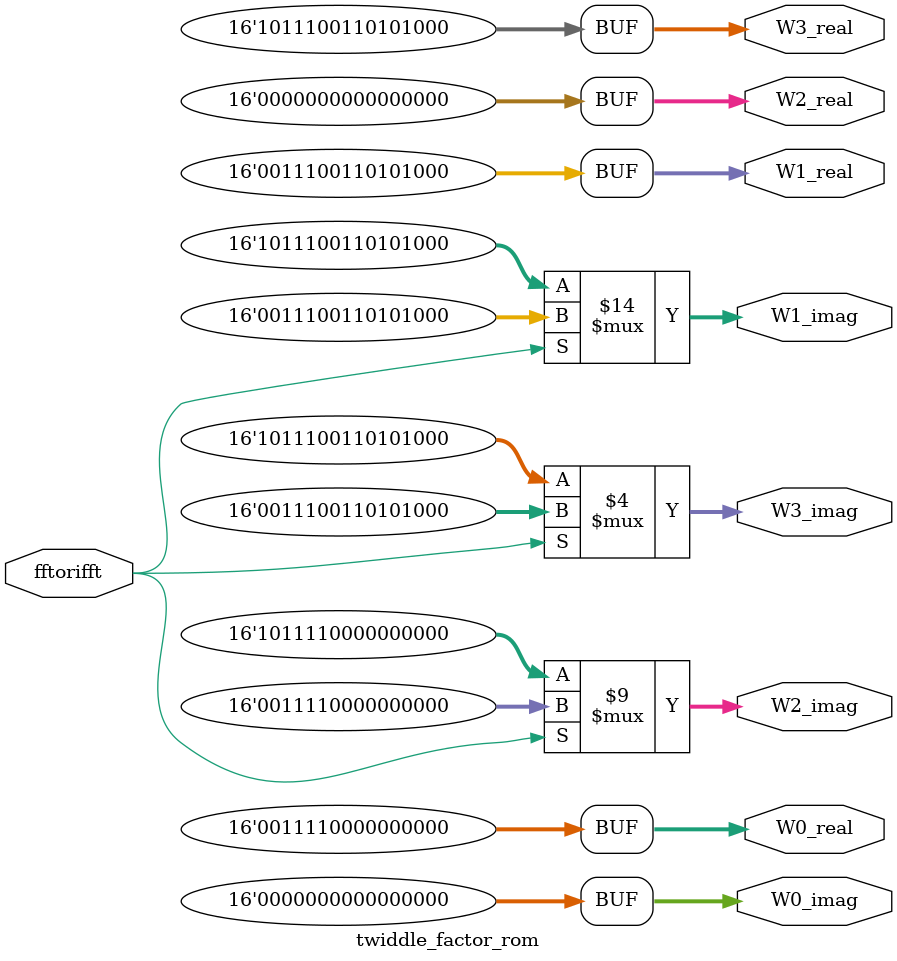
<source format=v>
module twiddle_factor_rom (
    input wire fftorifft,
    output reg [15:0] W0_real, W0_imag,
    output reg [15:0] W1_real, W1_imag,
    output reg [15:0] W2_real, W2_imag,
    output reg [15:0] W3_real, W3_imag
);

    // Initialize the twiddle factors in IEEE 754 half-precision format
    always@(*) begin
    if(fftorifft==0) begin
        // W_8^0 = 1 + j0
        W0_real = 16'h3C00; // 1.0
        W0_imag = 16'h0000; // 0.0

        // W_8^1 = 1/sqrt(2) - j(1/sqrt(2))
        W1_real = 16'h39a8; // 0.7071
        W1_imag = 16'hB9a8; // -0.7071

        // W_8^2 = 0 - j1
        W2_real = 16'h0000; // 0.0
        W2_imag = 16'hBC00; // -1.0

        // W_8^3 = -1/sqrt(2) - j(1/sqrt(2))
        W3_real = 16'hB9a8; // -0.7071
        W3_imag = 16'hB9a8; // -0.7071
    end
    else begin
    W0_real = 16'h3C00; // 1.0
    W0_imag = 16'h0000; // 0.0

    // W_8^1 = 1/sqrt(2) - j(1/sqrt(2))
    W1_real = 16'h39a8; // 0.7071
    W1_imag = 16'h39a8; // 0.7071

    // W_8^2 = 0 - j1
    W2_real = 16'h0000; // 0.0
    W2_imag = 16'h3C00; // 1.0

    // W_8^3 = -1/sqrt(2) - j(1/sqrt(2))
    W3_real = 16'hB9a8; // -0.7071
    W3_imag = 16'h39a8; // 0.7071
    end
    end

endmodule

</source>
